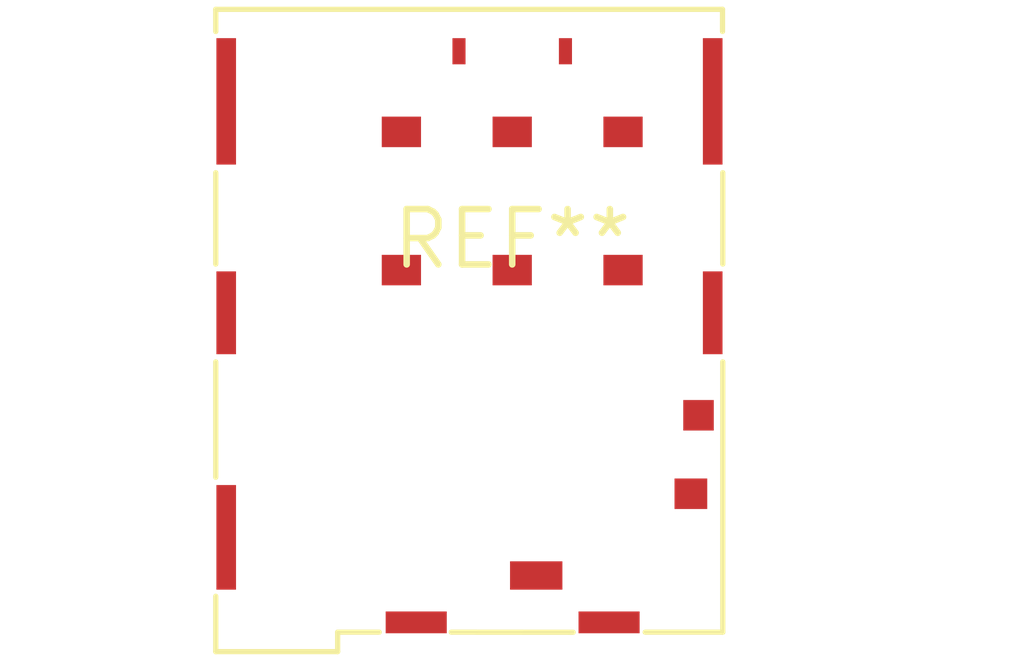
<source format=kicad_pcb>
(kicad_pcb (version 20240108) (generator pcbnew)
  (layers (0 "F.Cu" signal) (31 "B.Cu" signal) (34 "B.Paste" user) (35 "F.Paste" user) (36 "B.SilkS" user "B.Silkscreen") (37 "F.SilkS" user "F.Silkscreen") (38 "B.Mask" user) (39 "F.Mask" user) (44 "Edge.Cuts" user))
  (net 0 "")
  (footprint "JAE_SIM_Card_SF72S006" (layer "F.Cu") (at 0 0)
    (property "Reference" "REF**")
    (property "Value" "JAE_SIM_Card_SF72S006")
    (fp_line (start -6.7945 -4.7625) (end -6.7945 -5.2705) (layer "F.SilkS") (stroke (width 0.12)))
    (fp_line (start -6.7945 0.5715) (end -6.7945 -1.524) (layer "F.SilkS") (stroke (width 0.12)))
    (fp_line (start -6.7945 5.461) (end -6.7945 2.815) (layer "F.SilkS") (stroke (width 0.12)))
    (fp_line (start -6.7945 9.4615) (end -6.7945 8.1915) (layer "F.SilkS") (stroke (width 0.12)))
    (fp_line (start -4.0005 9.4615) (end -6.7945 9.4615) (layer "F.SilkS") (stroke (width 0.12)))
    (fp_line (start -4.0005 9.4615) (end -4.0005 9.017) (layer "F.SilkS") (stroke (width 0.12)))
    (fp_line (start -3.048 9.015) (end -4.0005 9.015) (layer "F.SilkS") (stroke (width 0.12)))
    (fp_line (start 1.397 9.017) (end -1.397 9.015) (layer "F.SilkS") (stroke (width 0.12)))
    (fp_line (start 4.82 -5.2705) (end -6.7945 -5.2705) (layer "F.SilkS") (stroke (width 0.12)))
    (fp_line (start 4.82 -5.2705) (end 4.82 -4.7625) (layer "F.SilkS") (stroke (width 0.12)))
    (fp_line (start 4.826 -1.524) (end 4.826 0.5715) (layer "F.SilkS") (stroke (width 0.12)))
    (fp_line (start 4.826 2.815) (end 4.826 9.015) (layer "F.SilkS") (stroke (width 0.12)))
    (fp_line (start 4.826 9.015) (end 3.048 9.015) (layer "F.SilkS") (stroke (width 0.12)))
    (pad "C1" smd rect (at -2.54 -2.46 180) (size 0.9 0.7) (layers "F.Cu" "F.Paste" "F.Mask"))
    (pad "C2" smd rect (at 0 -2.46 180) (size 0.9 0.7) (layers "F.Cu" "F.Paste" "F.Mask"))
    (pad "C3" smd rect (at 2.54 -2.46 180) (size 0.9 0.7) (layers "F.Cu" "F.Paste" "F.Mask"))
    (pad "C5" smd rect (at -2.54 0.71 180) (size 0.9 0.7) (layers "F.Cu" "F.Paste" "F.Mask"))
    (pad "C6" smd rect (at 0 0.71 180) (size 0.9 0.7) (layers "F.Cu" "F.Paste" "F.Mask"))
    (pad "C7" smd rect (at 2.54 0.71 180) (size 0.9 0.7) (layers "F.Cu" "F.Paste" "F.Mask"))
    (pad "CSW" smd rect (at 4.27 4.04 180) (size 0.7 0.7) (layers "F.Cu" "F.Paste" "F.Mask"))
    (pad "DSW" smd rect (at 0.55 7.715 180) (size 1.2 0.65) (layers "F.Cu" "F.Paste" "F.Mask"))
    (pad "SH" smd rect (at -6.555 -3.16 180) (size 0.45 2.9) (layers "F.Cu" "F.Paste" "F.Mask"))
    (pad "SH" smd rect (at -6.555 1.69 180) (size 0.45 1.9) (layers "F.Cu" "F.Paste" "F.Mask"))
    (pad "SH" smd rect (at -6.555 6.84 180) (size 0.45 2.4) (layers "F.Cu" "F.Paste" "F.Mask"))
    (pad "SH" smd rect (at -2.2 8.79 180) (size 1.4 0.5) (layers "F.Cu" "F.Paste" "F.Mask"))
    (pad "SH" smd rect (at -1.22 -4.31 180) (size 0.3 0.6) (layers "F.Cu" "F.Paste" "F.Mask"))
    (pad "SH" smd rect (at 1.22 -4.31 180) (size 0.3 0.6) (layers "F.Cu" "F.Paste" "F.Mask"))
    (pad "SH" smd rect (at 2.22 8.79 180) (size 1.4 0.5) (layers "F.Cu" "F.Paste" "F.Mask"))
    (pad "SH" smd rect (at 4.095 5.84 180) (size 0.75 0.7) (layers "F.Cu" "F.Paste" "F.Mask"))
    (pad "SH" smd rect (at 4.595 -3.16 180) (size 0.45 2.9) (layers "F.Cu" "F.Paste" "F.Mask"))
    (pad "SH" smd rect (at 4.595 1.69 180) (size 0.45 1.9) (layers "F.Cu" "F.Paste" "F.Mask"))
  )
)
</source>
